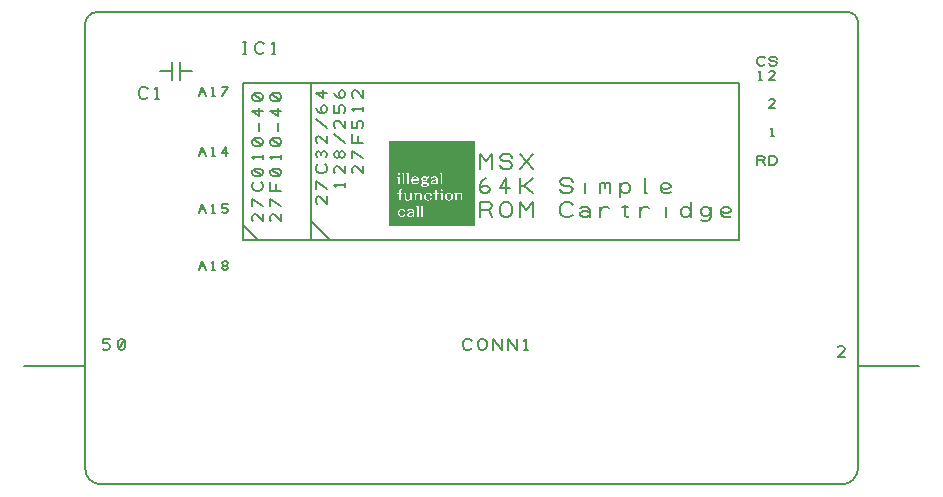
<source format=gbr>
G04 DesignSpark PCB PRO Gerber Version 10.0 Build 5299*
G04 #@! TF.Part,Single*
G04 #@! TF.FileFunction,Legend,Top*
G04 #@! TF.FilePolarity,Positive*
%FSLAX35Y35*%
%MOIN*%
%ADD18C,0.00197*%
%ADD15C,0.00500*%
%ADD21C,0.00591*%
%ADD71C,0.00709*%
%ADD20C,0.00787*%
G04 #@! TD.AperFunction*
X0Y0D02*
D02*
D15*
X142627Y9707D02*
X389487D01*
G75*
G03*
X394985Y15204I0J5497D01*
G01*
Y163602D01*
G75*
G03*
X391412Y167174I-3573J0D01*
G01*
X141412D01*
G75*
G03*
X137347Y163109I0J-4065D01*
G01*
Y14987D01*
G75*
G03*
X142627Y9707I5280J0D01*
G01*
X158287Y138907D02*
X157974Y138594D01*
X157349Y138282D01*
X156412D01*
X155787Y138594D01*
X155474Y138907D01*
X155162Y139532D01*
Y140782D01*
X155474Y141407D01*
X155787Y141720D01*
X156412Y142032D01*
X157349D01*
X157974Y141720D01*
X158287Y141407D01*
X160787Y138282D02*
X162037D01*
X161412D02*
Y142032D01*
X160787Y141407D01*
X166412Y144344D02*
Y150344D01*
Y147344D02*
X162412D01*
X168912Y144344D02*
Y150344D01*
X172912Y147344D02*
X168912D01*
X189849Y153282D02*
X191099D01*
X190474D02*
Y157032D01*
X189849D02*
X191099D01*
X197037Y153907D02*
X196724Y153594D01*
X196099Y153282D01*
X195162D01*
X194537Y153594D01*
X194224Y153907D01*
X193912Y154532D01*
Y155782D01*
X194224Y156407D01*
X194537Y156720D01*
X195162Y157032D01*
X196099D01*
X196724Y156720D01*
X197037Y156407D01*
X199537Y153282D02*
X200787D01*
X200162D02*
Y157032D01*
X199537Y156407D01*
X266291Y55139D02*
X265978Y54827D01*
X265353Y54514D01*
X264416D01*
X263791Y54827D01*
X263478Y55139D01*
X263166Y55764D01*
Y57014D01*
X263478Y57639D01*
X263791Y57952D01*
X264416Y58264D01*
X265353D01*
X265978Y57952D01*
X266291Y57639D01*
X268166Y55764D02*
Y57014D01*
X268478Y57639D01*
X268791Y57952D01*
X269416Y58264D01*
X270041D01*
X270666Y57952D01*
X270978Y57639D01*
X271291Y57014D01*
Y55764D01*
X270978Y55139D01*
X270666Y54827D01*
X270041Y54514D01*
X269416D01*
X268791Y54827D01*
X268478Y55139D01*
X268166Y55764D01*
X273166Y54514D02*
Y58264D01*
X276291Y54514D01*
Y58264D01*
X278166Y54514D02*
Y58264D01*
X281291Y54514D01*
Y58264D01*
X283791Y54514D02*
X285041D01*
X284416D02*
Y58264D01*
X283791Y57639D01*
D02*
D18*
X238612Y96094D02*
X266912D01*
X238612Y96594D02*
X266912D01*
X238612Y97094D02*
X266912D01*
X238612Y97894D02*
X266912D01*
X238612Y98394D02*
X266912D01*
X238612Y98894D02*
X242412D01*
X238612Y99394D02*
X241512D01*
X238612Y99894D02*
X241212D01*
X238612Y100394D02*
X241212D01*
X238612Y100894D02*
X241312D01*
X238612Y101394D02*
X241511D01*
X238612Y101694D02*
X241912D01*
X238612Y102194D02*
X247612D01*
X238612Y102694D02*
X247312D01*
X238612Y103194D02*
X266912D01*
X238612Y103694D02*
X266912D01*
X238612Y104194D02*
X266912D01*
X238612Y104694D02*
X241612Y104695D01*
X238612Y105194D02*
X241612Y105195D01*
X238612Y105494D02*
X241612Y105494D01*
X238612Y105994D02*
X241612Y105994D01*
X238612Y106494D02*
X241612D01*
X238612Y106994D02*
X241112D01*
X238612Y107494D02*
X241612D01*
X238612Y107994D02*
X241712Y107995D01*
X238612Y108494D02*
X266912D01*
X238612Y108994D02*
X249812Y108994D01*
X238612Y109294D02*
X249112D01*
X238612Y109794D02*
X246612D01*
X238612Y110294D02*
X241312D01*
X238612Y110794D02*
X241312D01*
X238612Y111294D02*
X241312D01*
X238612Y111794D02*
X241312D01*
X238612Y112294D02*
X241012D01*
X238612Y112794D02*
X242812D01*
X238612Y113594D02*
X241212D01*
X238612Y114094D02*
X266912D01*
X238612Y114594D02*
X266912D01*
X238612Y115094D02*
X266912D01*
X238612Y115594D02*
X266912D01*
X238612Y116094D02*
X266912D01*
X238612Y116594D02*
X266912D01*
X238612Y117394D02*
X266912D01*
X238612Y117894D02*
X266912D01*
X238612Y118394D02*
X266912D01*
X238612Y118894D02*
X266912D01*
X238612Y119394D02*
X266912D01*
X238612Y119894D02*
X266912D01*
X238612Y120394D02*
X266912D01*
X238612Y120894D02*
X266912D01*
X238612Y121194D02*
X266912D01*
X238612Y121694D02*
X266912D01*
X238612Y122194D02*
X266912D01*
X238612Y122694D02*
X266912D01*
X238612Y123194D02*
X266912D01*
X238612Y123694D02*
X266912D01*
X238612Y124194D02*
X266912D01*
X238612Y96194D02*
X266912Y96194D01*
X238612Y96294D02*
X266912D01*
X238612Y96394D02*
X266912Y96395D01*
X238612Y96494D02*
X266912D01*
X238612Y96694D02*
X266913D01*
X238612Y96794D02*
X266912D01*
X238612Y96894D02*
X266912Y96894D01*
X238612Y96994D02*
X266912D01*
X238612Y97194D02*
X266913D01*
X238612Y97294D02*
X266912Y97294D01*
X238612Y97394D02*
X266912Y97394D01*
X238612Y97494D02*
X266912D01*
X238612Y97594D02*
X266912D01*
X238612Y97694D02*
X266913D01*
X238612Y97794D02*
X266912Y97794D01*
X238612Y97994D02*
X266912D01*
X238612Y98094D02*
X266912D01*
X238612Y98194D02*
X266913D01*
X238612Y98294D02*
X266912Y98294D01*
X238612Y98494D02*
X266912Y98495D01*
X238612Y98594D02*
X266912D01*
X238612Y98694D02*
X266913D01*
X238612Y98794D02*
X266912Y98794D01*
X238612Y98994D02*
X242012Y98995D01*
X238612Y99094D02*
X241812D01*
X238612Y99194D02*
X241612Y99195D01*
X238612Y99294D02*
X241512Y99294D01*
X238612Y99494D02*
X241412D01*
X238612Y99594D02*
X241312D01*
X238612Y99694D02*
X241312Y99694D01*
X238612Y99794D02*
X241312D01*
X238612Y99994D02*
X241212D01*
X238612Y100094D02*
X241213D01*
X238612Y100194D02*
X241212D01*
X238612Y100294D02*
X241212D01*
X238612Y100494D02*
X241212D01*
X238612Y100594D02*
X241213D01*
X238612Y100694D02*
X241212Y100694D01*
X238612Y100794D02*
X241212D01*
X238612Y100994D02*
X241312D01*
X238612Y101094D02*
X241312D01*
X238612Y101194D02*
X241412Y101194D01*
X238612Y101294D02*
X241512D01*
X238612Y101494D02*
X241612D01*
X238612Y101594D02*
X241812D01*
X238612Y101794D02*
X242212D01*
X238612Y101894D02*
X247612D01*
X238612Y101994D02*
X247612D01*
X238612Y102094D02*
X247612Y102094D01*
X238612Y102294D02*
X247612D01*
X238612Y102394D02*
X247312Y102394D01*
X238612Y102494D02*
X247312D01*
X238612Y102594D02*
X247312Y102595D01*
X238612Y102794D02*
X247312Y102795D01*
X238612Y102894D02*
X266912D01*
X238612Y102994D02*
X266913D01*
X238612Y103094D02*
X266912D01*
X238612Y103294D02*
X266912Y103294D01*
X238612Y103394D02*
X266912D01*
X238612Y103494D02*
X266912Y103495D01*
X238612Y103594D02*
X266912D01*
X238612Y103794D02*
X266912Y103794D01*
X238612Y103894D02*
X266912D01*
X238612Y103994D02*
X266912Y103995D01*
X238612Y104094D02*
X266912D01*
X238612Y104294D02*
X266913D01*
X238612Y104394D02*
X244012Y104395D01*
X238612Y104494D02*
X241612Y104495D01*
X238612Y104594D02*
X241612D01*
X238612Y104794D02*
X241612Y104794D01*
X238612Y104894D02*
X241612D01*
X238612Y104994D02*
X241612D01*
X238612Y105094D02*
X241612D01*
X238612Y105294D02*
X241612Y105294D01*
X238612Y105394D02*
X241612D01*
X238612Y105594D02*
X241612D01*
X238612Y105694D02*
X241612D01*
X238612Y105794D02*
X241612D01*
X238612Y105894D02*
X241612D01*
X238612Y106094D02*
X241612D01*
X238612Y106194D02*
X241612D01*
X238612Y106294D02*
X241612Y106295D01*
X238612Y106394D02*
X241612D01*
X238612Y106594D02*
X241112D01*
X238612Y106694D02*
X241112D01*
X238612Y106794D02*
X241112Y106795D01*
X238612Y106894D02*
X241112D01*
X238612Y107094D02*
X241112Y107094D01*
X238612Y107194D02*
X241612D01*
X238612Y107294D02*
X241612Y107295D01*
X238612Y107394D02*
X241612D01*
X238612Y107594D02*
X241612Y107594D01*
X238612Y107694D02*
X241612D01*
X238612Y107794D02*
X241612Y107795D01*
X238612Y107894D02*
X241612D01*
X238612Y108094D02*
X241712D01*
X238612Y108194D02*
X241812D01*
X238612Y108294D02*
X242112Y108295D01*
X238612Y108394D02*
X255712D01*
X238612Y108594D02*
X266913D01*
X238612Y108694D02*
X266912Y108694D01*
X238612Y108794D02*
X266912Y108794D01*
X238612Y108894D02*
X266912D01*
X238612Y109094D02*
X249412D01*
X238612Y109194D02*
X249212D01*
X238612Y109394D02*
X249112D01*
X238612Y109494D02*
X249012D01*
X238612Y109594D02*
X249012D01*
X238612Y109694D02*
X249012D01*
X238612Y109894D02*
X241312D01*
X238612Y109994D02*
X241312D01*
X238612Y110094D02*
X241312D01*
X238612Y110194D02*
X241312D01*
X238612Y110394D02*
X241312D01*
X238612Y110494D02*
X241312D01*
X238612Y110594D02*
X241312Y110594D01*
X238612Y110694D02*
X241312D01*
X238612Y110894D02*
X241312D01*
X238612Y110994D02*
X241312D01*
X238612Y111094D02*
X241312D01*
X238612Y111194D02*
X241312D01*
X238612Y111394D02*
X241312D01*
X238612Y111494D02*
X241312D01*
X238612Y111594D02*
X241312Y111594D01*
X238612Y111694D02*
X241312D01*
X238612Y111894D02*
X241312D01*
X238612Y111994D02*
X241012D01*
X238612Y112094D02*
X241012Y112094D01*
X238612Y112194D02*
X241012D01*
X238612Y112394D02*
X241012D01*
X238612Y112494D02*
X241012Y112494D01*
X238612Y112594D02*
X242812Y112594D01*
X238612Y112694D02*
X242812D01*
X238612Y112894D02*
X242812D01*
X238612Y112994D02*
X241412D01*
X238612Y113094D02*
X241312Y113094D01*
X238612Y113194D02*
X241212D01*
X238612Y113294D02*
X241212Y113294D01*
X238612Y113394D02*
X241212D01*
X238612Y113494D02*
X241212Y113495D01*
X238612Y113694D02*
X241312D01*
X238612Y113794D02*
X241412D01*
X238612Y113894D02*
X266913D01*
X238612Y113994D02*
X266912Y113994D01*
X238612Y114194D02*
X266912Y114195D01*
X238612Y114294D02*
X266912D01*
X238612Y114394D02*
X266913D01*
X238612Y114494D02*
X266912Y114494D01*
X238612Y114694D02*
X266912Y114694D01*
X238612Y114794D02*
X266912D01*
X238612Y114894D02*
X266913D01*
X238612Y114994D02*
X266912D01*
X238612Y115194D02*
X266912Y115194D01*
X238612Y115294D02*
X266912D01*
X238612Y115394D02*
X266912Y115395D01*
X238612Y115494D02*
X266912D01*
X238612Y115694D02*
X266912Y115694D01*
X238612Y115794D02*
X266912D01*
X238612Y115894D02*
X266912Y115895D01*
X238612Y115994D02*
X266912D01*
X238612Y116194D02*
X266913D01*
X238612Y116294D02*
X266912D01*
X238612Y116394D02*
X266912Y116394D01*
X238612Y116494D02*
X266912D01*
X238612Y116694D02*
X266913D01*
X238612Y116794D02*
X266912Y116794D01*
X238612Y116894D02*
X266912Y116894D01*
X238612Y116994D02*
X266912D01*
X238612Y117094D02*
X266912D01*
X238612Y117194D02*
X266913D01*
X238612Y117294D02*
X266912Y117294D01*
X238612Y117494D02*
X266912D01*
X238612Y117594D02*
X266912D01*
X238612Y117694D02*
X266913D01*
X238612Y117794D02*
X266912Y117794D01*
X238612Y117994D02*
X266912Y117995D01*
X238612Y118094D02*
X266912D01*
X238612Y118194D02*
X266913D01*
X238612Y118294D02*
X266912Y118294D01*
X238612Y118494D02*
X266912Y118494D01*
X238612Y118594D02*
X266912D01*
X238612Y118694D02*
X266913D01*
X238612Y118794D02*
X266912D01*
X238612Y118994D02*
X266912Y118994D01*
X238612Y119094D02*
X266912D01*
X238612Y119194D02*
X266912Y119195D01*
X238612Y119294D02*
X266912D01*
X238612Y119494D02*
X266912Y119494D01*
X238612Y119594D02*
X266912D01*
X238612Y119694D02*
X266912Y119695D01*
X238612Y119794D02*
X266912D01*
X238612Y119994D02*
X266913D01*
X238612Y120094D02*
X266912D01*
X238612Y120194D02*
X266912Y120195D01*
X238612Y120294D02*
X266912D01*
X238612Y120494D02*
X266913D01*
X238612Y120594D02*
X266912Y120594D01*
X238612Y120694D02*
X266912Y120694D01*
X238612Y120794D02*
X266912D01*
X238612Y120994D02*
X266913D01*
X238612Y121094D02*
X266912Y121094D01*
X238612Y121294D02*
X266912D01*
X238612Y121394D02*
X266912D01*
X238612Y121494D02*
X266913D01*
X238612Y121594D02*
X266912Y121594D01*
X238612Y121794D02*
X266912Y121795D01*
X238612Y121894D02*
X266912D01*
X238612Y121994D02*
X266913D01*
X238612Y122094D02*
X266912Y122094D01*
X238612Y122294D02*
X266912D01*
X238612Y122394D02*
X266912D01*
X238612Y122494D02*
X266913D01*
X238612Y122594D02*
X266912D01*
X238612Y122794D02*
X266912Y122794D01*
X238612Y122894D02*
X266912D01*
X238612Y122994D02*
X266912Y122995D01*
X238612Y123094D02*
X266912D01*
X238612Y123294D02*
X266912Y123294D01*
X238612Y123394D02*
X266912D01*
X238612Y123494D02*
X266912Y123495D01*
X238612Y123594D02*
X266912D01*
X238612Y123794D02*
X266913D01*
X238612Y123894D02*
X266912D01*
X238612Y123994D02*
X266912Y123995D01*
X238612Y124094D02*
X266912D01*
X238612Y124294D02*
X266913D01*
X242112Y100195D02*
X244512Y100194D01*
X242112Y100294D02*
X244612D01*
X242112Y100094D02*
X244412D01*
X242112Y100394D02*
X244712D01*
X242112Y100494D02*
X244912Y100494D01*
X242112Y100594D02*
X245112D01*
X242112Y112994D02*
X242812D01*
X242112Y113794D02*
X266912D01*
X242212Y110294D02*
X242812D01*
X242212Y110794D02*
X242812D01*
X242212Y111294D02*
X242812D01*
X242212Y113594D02*
X242512D01*
X242212Y99794D02*
X243212D01*
X242212Y99895D02*
X243212Y99894D01*
X242212Y99994D02*
X243212D01*
X242212Y100694D02*
X243212Y100694D01*
X242212Y100794D02*
X243212D01*
X242212Y100894D02*
X243212Y100894D01*
X242212Y109894D02*
X242812D01*
X242212Y110094D02*
X242812D01*
X242212Y110195D02*
X242812Y110194D01*
X242212Y110394D02*
X242812D01*
X242212Y110594D02*
X242812Y110594D01*
X242212Y110694D02*
X242812D01*
X242212Y110894D02*
X242812D01*
X242212Y111094D02*
X242812Y111094D01*
X242212Y111194D02*
X242812D01*
X242212Y111394D02*
X242812D01*
X242212Y111594D02*
X242812Y111594D01*
X242212Y111694D02*
X242812D01*
X242212Y111795D02*
X242812Y111794D01*
X242212Y111894D02*
X242812D01*
X242212Y112094D02*
X242812Y112094D01*
X242212Y112194D02*
X242812D01*
X242212Y112295D02*
X242812Y112294D01*
X242212Y112394D02*
X242812D01*
X242212Y113094D02*
X242812Y113094D01*
X242212Y113194D02*
X242512Y113195D01*
X242212Y113694D02*
X242512Y113695D01*
X242213Y109994D02*
X242812D01*
X242213Y110494D02*
X242812D01*
X242213Y110994D02*
X242812D01*
X242213Y111494D02*
X242812D01*
X242213Y111994D02*
X242812D01*
X242213Y112494D02*
X242812D01*
X242213Y113494D02*
X242512Y113495D01*
X242312Y100994D02*
X243113D01*
X242312Y99694D02*
X243112Y99695D01*
X242312Y101094D02*
X243112D01*
X242312Y113294D02*
X242512Y113294D01*
X242312Y113394D02*
X242512D01*
X242412Y99594D02*
X243012D01*
X242511Y107194D02*
X247912D01*
X242512Y101194D02*
X242912Y101194D01*
X242512Y104494D02*
X243812D01*
X242512Y104594D02*
X243712Y104594D01*
X242512Y104694D02*
X243612D01*
X242512Y104894D02*
X243512Y104895D01*
X242512Y104994D02*
X243512D01*
X242512Y105094D02*
X243512Y105094D01*
X242512Y105395D02*
X243512D01*
X242512Y105494D02*
X243512D01*
X242512Y105794D02*
X243512D01*
X242512Y105895D02*
X243512D01*
X242512Y105994D02*
X243512D01*
X242512Y106194D02*
X243512D01*
X242512Y106294D02*
X243512D01*
X242512Y106395D02*
X243512D01*
X242512Y106494D02*
X243512D01*
X242512Y107294D02*
X253612Y107294D01*
X242512Y107494D02*
X253612D01*
X242512Y107694D02*
X253613D01*
X242512Y104794D02*
X243613D01*
X242512Y105194D02*
X243512D01*
X242512Y105294D02*
X243512D01*
X242512Y105595D02*
X243512Y105594D01*
X242512Y105694D02*
X243512D01*
X242512Y106095D02*
X243512Y106094D01*
X242512Y107394D02*
X253612Y107394D01*
X242512Y107594D02*
X253612D01*
X242612Y99494D02*
X242912Y99494D01*
X243012Y98894D02*
X245112D01*
X243112Y106894D02*
X243212D01*
X243112Y107795D02*
X253612Y107794D01*
X243112Y107894D02*
X253612D01*
X243112Y108295D02*
X255612Y108294D01*
X243112Y106594D02*
X243212D01*
X243112Y106694D02*
X243212D01*
X243112Y106994D02*
X243212D01*
X243112Y107094D02*
X243212Y107094D01*
X243112Y107994D02*
X253612Y107995D01*
X243112Y108094D02*
X255513Y108094D01*
X243112Y108194D02*
X255512D01*
X243113Y106794D02*
X243212Y106794D01*
X243212Y101794D02*
X245212D01*
X243412Y98994D02*
X244712Y98994D01*
X243512Y101694D02*
X244912Y101694D01*
X243512Y99094D02*
X244612Y99094D01*
X243612Y101594D02*
X244712Y101594D01*
X243712Y99194D02*
X244512Y99194D01*
X243712Y109994D02*
X244312D01*
X243712Y110294D02*
X244312D01*
X243712Y110494D02*
X244312D01*
X243712Y110594D02*
X244312D01*
X243712Y110794D02*
X244312D01*
X243712Y110994D02*
X244312D01*
X243712Y111094D02*
X244312D01*
X243712Y111294D02*
X244312D01*
X243712Y111494D02*
X244312D01*
X243712Y111594D02*
X244312D01*
X243712Y111794D02*
X244312D01*
X243712Y112094D02*
X244312D01*
X243712Y112294D02*
X244312D01*
X243712Y112594D02*
X244312D01*
X243712Y112794D02*
X244312D01*
X243712Y113094D02*
X244312D01*
X243712Y113294D02*
X244012Y113294D01*
X243712Y113594D02*
X244012D01*
X243712Y109894D02*
X244312D01*
X243712Y110094D02*
X244312D01*
X243712Y110194D02*
X244312Y110194D01*
X243712Y110394D02*
X244312D01*
X243712Y110694D02*
X244312Y110694D01*
X243712Y110894D02*
X244312D01*
X243712Y111194D02*
X244312D01*
X243712Y111394D02*
X244312D01*
X243712Y111694D02*
X244312D01*
X243712Y111894D02*
X244312D01*
X243712Y111994D02*
X244312D01*
X243712Y112194D02*
X244312D01*
X243712Y112394D02*
X244312D01*
X243712Y112494D02*
X244312Y112494D01*
X243712Y112694D02*
X244312D01*
X243712Y112894D02*
X244312D01*
X243712Y112994D02*
X244312Y112994D01*
X243712Y113194D02*
X244012D01*
X243712Y113394D02*
X244012D01*
X243712Y113494D02*
X244012Y113495D01*
X243712Y113694D02*
X244012D01*
X243812Y99294D02*
X244412D01*
X243812Y99394D02*
X244412Y99394D01*
X243812Y101494D02*
X244613D01*
X243912Y99594D02*
X244312D01*
X243912Y101294D02*
X244412D01*
X243912Y99494D02*
X244412D01*
X243912Y101395D02*
X244512Y101394D01*
X244012Y99694D02*
X244312D01*
X244012Y99894D02*
X244412Y99895D01*
X244012Y100694D02*
X245412Y100695D01*
X244012Y101095D02*
X244412Y101094D01*
X244012Y101194D02*
X244412Y101194D01*
X244012Y99794D02*
X244312Y99794D01*
X244012Y99994D02*
X244412Y99994D01*
X244012Y100794D02*
X244412D01*
X244012Y100894D02*
X244412Y100895D01*
X244012Y100994D02*
X244411D01*
Y105294D02*
X245312D01*
X244412Y105094D02*
X245212D01*
X244412Y105394D02*
X245312D01*
X244412Y105594D02*
X245312D01*
X244412Y105794D02*
X245312D01*
X244412Y105894D02*
X245312D01*
X244412Y105994D02*
X245312Y105994D01*
X244412Y106094D02*
X245312D01*
X244412Y106294D02*
X245312D01*
X244412Y106394D02*
X245312Y106395D01*
X244412Y106494D02*
X245312Y106494D01*
X244412Y106594D02*
X245312Y106595D01*
X244412Y106794D02*
X245312D01*
X244412Y106894D02*
X245312Y106894D01*
X244412Y106994D02*
X245312Y106994D01*
X244412Y105195D02*
X245311Y105194D01*
X244412Y105494D02*
X245312Y105494D01*
X244412Y105694D02*
X245311D01*
X244412Y106194D02*
X245311D01*
X244412Y106694D02*
X245311D01*
X244412Y107094D02*
X245312Y107095D01*
X244512Y104994D02*
X245012D01*
X244612Y104894D02*
X244812Y104894D01*
X245212Y109994D02*
X246112D01*
X245212Y110294D02*
X245912D01*
X245212Y110794D02*
X245712D01*
X245212Y111294D02*
X245712D01*
X245212Y111794D02*
X245812D01*
X245212Y112094D02*
X245912Y112095D01*
X245212Y112294D02*
X246112D01*
X245212Y112594D02*
X246612D01*
X245212Y112794D02*
X255512D01*
X245212Y113094D02*
X255512D01*
X245212Y113294D02*
X255212D01*
X245212Y113594D02*
X255212D01*
X245212Y100794D02*
X245912D01*
X245212Y104394D02*
X250811D01*
X245212Y109894D02*
X246312Y109895D01*
X245212Y110094D02*
X246012D01*
X245212Y110194D02*
X245912D01*
X245212Y110394D02*
X245812Y110395D01*
X245212Y110494D02*
X245811D01*
X245212Y110594D02*
X245712D01*
X245212Y110694D02*
X245712D01*
X245212Y110894D02*
X245712D01*
X245212Y110994D02*
X245712D01*
X245212Y111094D02*
X245712D01*
X245212Y111194D02*
X245712D01*
X245212Y111394D02*
X245712D01*
X245212Y111494D02*
X245712D01*
X245212Y111594D02*
X245712D01*
X245212Y111694D02*
X245712D01*
X245212Y111894D02*
X245812D01*
X245212Y111994D02*
X245812D01*
X245212Y112194D02*
X246012D01*
X245212Y112394D02*
X246212D01*
X245212Y112494D02*
X246312D01*
X245212Y112694D02*
X255512D01*
X245212Y112894D02*
X255513D01*
X245212Y112994D02*
X255512Y112994D01*
X245212Y113194D02*
X255212D01*
X245212Y113394D02*
X255212D01*
X245212Y113494D02*
X255212Y113494D01*
X245212Y113694D02*
X255212D01*
X245311Y99594D02*
X245912D01*
X245312Y99694D02*
X246012Y99694D01*
X245312Y99794D02*
X246112Y99794D01*
X245312Y99894D02*
X246212D01*
X245312Y100894D02*
X246212Y100894D01*
X245312Y100994D02*
X246112D01*
X245412Y101094D02*
X246112Y101094D01*
X245412Y104495D02*
X245412Y99494D02*
X245612Y99494D01*
X245412Y99994D02*
X246212Y99994D01*
X245512Y101194D02*
X245912Y101194D01*
X245612Y98894D02*
X266912D01*
X245612Y100094D02*
X246212D01*
X245912Y100195D02*
X246212Y100194D01*
X246012Y98994D02*
X266912Y98994D01*
X246212Y104694D02*
X246812D01*
X246212Y105194D02*
X246812Y105194D01*
X246212Y105494D02*
X246812D01*
X246212Y105994D02*
X246812D01*
X246212Y106494D02*
X246812D01*
X246212Y106994D02*
X246512D01*
X246212Y99094D02*
X246311D01*
X246212Y101794D02*
X247612D01*
X246212Y104494D02*
X246812Y104494D01*
X246212Y104594D02*
X246812Y104594D01*
X246212Y104794D02*
X246812D01*
X246212Y104894D02*
X246812Y104895D01*
X246212Y104994D02*
X246812Y104994D01*
X246212Y105094D02*
X246812D01*
X246212Y105294D02*
X246812D01*
X246212Y105394D02*
X246812Y105395D01*
X246212Y105594D02*
X246812D01*
X246212Y105694D02*
X246812Y105694D01*
X246212Y105794D02*
X246812D01*
X246212Y105894D02*
X246812Y105895D01*
X246212Y106094D02*
X246812Y106095D01*
X246212Y106194D02*
X246812Y106194D01*
X246212Y106294D02*
X246812D01*
X246212Y106394D02*
X246812Y106395D01*
X246212Y106594D02*
X246512D01*
X246212Y106694D02*
X246513D01*
X246212Y106794D02*
X246512D01*
X246212Y106894D02*
X246512D01*
X246212Y107094D02*
X246512D01*
Y101694D02*
X247612Y101694D01*
X246612Y110894D02*
X249312D01*
X246612Y110794D02*
X247812D01*
X246612Y110994D02*
X249412D01*
X246712Y111794D02*
X247612D01*
X246712Y101594D02*
X247612Y101594D01*
X246712Y110594D02*
X247812D01*
X246712Y110694D02*
X247812Y110694D01*
X246712Y111694D02*
X247612D01*
X246812Y110494D02*
X247712Y110494D01*
X246812Y101494D02*
X247612D01*
X246812Y111894D02*
X247512D01*
X246912Y110394D02*
X247612D01*
X246912Y101394D02*
X247612D01*
X246912Y111994D02*
X247412D01*
X247012Y101194D02*
X247612D01*
X247012Y101094D02*
X247612Y101094D01*
X247012Y101294D02*
X247612D01*
X247112Y99294D02*
X247612D01*
X247112Y99494D02*
X247612D01*
X247112Y99794D02*
X247612D01*
X247112Y99994D02*
X247612D01*
X247112Y100294D02*
X247612D01*
X247112Y100494D02*
X247612D01*
X247112Y100794D02*
X247612D01*
X247112Y99194D02*
X247612D01*
X247112Y99394D02*
X247612D01*
X247112Y99594D02*
X247612D01*
X247112Y99694D02*
X247612D01*
X247112Y99894D02*
X247612D01*
X247112Y100094D02*
X247612D01*
X247112Y100194D02*
X247612D01*
X247112Y100394D02*
X247612D01*
X247112Y100594D02*
X247612D01*
X247112Y100694D02*
X247612D01*
X247112Y100894D02*
X247612D01*
X247112Y100994D02*
X247612D01*
X247112Y112094D02*
X247212D01*
X247212Y99094D02*
X247612D01*
X247612Y107094D02*
X247712Y107094D01*
X247711Y104794D02*
X248612D01*
X247711Y105294D02*
X248612D01*
X247711Y105794D02*
X248612D01*
X247712Y104495D02*
X248612Y104494D01*
X247712Y104594D02*
X248612D01*
X247712Y104894D02*
X248612Y104894D01*
X247712Y105094D02*
X248612D01*
X247712Y105394D02*
X248612D01*
X247712Y105494D02*
X248612Y105494D01*
X247712Y105594D02*
X248612D01*
X247712Y105894D02*
X248612Y105894D01*
X247712Y105994D02*
X248612Y105994D01*
X247712Y106094D02*
X248612D01*
X247712Y106294D02*
X248612D01*
X247712Y104695D02*
X248612Y104694D01*
X247712Y104994D02*
X248612Y104994D01*
X247712Y105195D02*
X248612Y105194D01*
X247712Y105694D02*
X248612D01*
X247712Y106194D02*
X248612D01*
X247712Y112594D02*
X249712D01*
X247812Y106395D02*
X248612Y106394D01*
X247812Y109794D02*
X249012D01*
X247912Y106494D02*
X248612D01*
X248012Y106594D02*
X248512D01*
X248012Y109894D02*
X249012D01*
X248012Y112494D02*
X249512D01*
X248112Y112394D02*
X249312D01*
X248212Y109994D02*
X249111D01*
X248212Y112295D02*
X249312D01*
X248312Y110094D02*
X249112D01*
X248312Y112194D02*
X249212D01*
X248412Y110194D02*
X249312Y110195D01*
X248413Y112094D02*
X249112Y112094D01*
X248512Y99094D02*
X249111D01*
X248512Y99394D02*
X249112D01*
X248512Y99694D02*
X249112D01*
X248512Y99894D02*
X249112D01*
X248512Y100194D02*
X249112D01*
X248512Y100394D02*
X249112D01*
X248512Y100694D02*
X249112D01*
X248512Y100894D02*
X249112Y100894D01*
X248512Y101194D02*
X249112D01*
X248512Y101394D02*
X249111D01*
X248512Y101694D02*
X249112D01*
X248512Y101894D02*
X249111D01*
X248512Y102194D02*
X249112D01*
X248512Y102394D02*
X248812Y102394D01*
X248512Y102694D02*
X248812D01*
X248512Y110294D02*
X249312D01*
X248512Y110494D02*
X249212D01*
X248512Y111794D02*
X249112D01*
X248512Y99194D02*
X249112Y99194D01*
X248512Y99294D02*
X249112Y99294D01*
X248512Y99494D02*
X249112Y99495D01*
X248512Y99594D02*
X249111D01*
X248512Y99794D02*
X249112Y99794D01*
X248512Y99994D02*
X249112D01*
X248512Y100094D02*
X249111D01*
X248512Y100294D02*
X249112D01*
X248512Y100494D02*
X249112D01*
X248512Y100594D02*
X249111D01*
X248512Y100794D02*
X249112D01*
X248512Y100994D02*
X249112D01*
X248512Y101094D02*
X249112D01*
X248512Y101294D02*
X249112D01*
X248512Y101494D02*
X249112D01*
X248512Y101594D02*
X249112D01*
X248512Y101794D02*
X249112D01*
X248512Y101994D02*
X249112D01*
X248512Y102094D02*
X249112D01*
X248512Y102294D02*
X249112D01*
X248512Y102494D02*
X248812D01*
X248512Y102594D02*
X248812Y102595D01*
X248512Y102794D02*
X248812D01*
X248512Y110394D02*
X249212D01*
X248512Y111894D02*
X249112D01*
X248512Y111994D02*
X249111D01*
X248612Y111694D02*
X249112Y111694D01*
X248612Y110594D02*
X249212Y110595D01*
X248612Y110694D02*
X249212Y110694D01*
X248612Y110794D02*
X249212D01*
X248612Y111094D02*
X249412D01*
X248612Y111194D02*
X249312Y111194D01*
X248612Y111294D02*
X249212D01*
X248612Y111394D02*
X249112D01*
X248612Y111494D02*
X249111D01*
X248612Y111594D02*
X249112D01*
X249012Y107194D02*
X251012D01*
X249212Y107094D02*
X250712Y107094D01*
X249312Y106994D02*
X250512D01*
X249412Y106894D02*
X250412D01*
X249412Y106794D02*
X250312Y106794D01*
X249512Y104694D02*
X250412D01*
X249512Y104994D02*
X250212Y104994D01*
X249512Y105194D02*
X250112Y105194D01*
X249512Y105494D02*
X250012D01*
X249512Y105694D02*
X250012D01*
X249512Y105994D02*
X250012D01*
X249512Y106494D02*
X250112D01*
X249512Y104494D02*
X250612Y104494D01*
X249512Y104594D02*
X250512D01*
X249512Y104794D02*
X250312D01*
X249512Y104894D02*
X250212Y104894D01*
X249512Y105094D02*
X250112Y105094D01*
X249512Y105294D02*
X250112D01*
X249512Y105394D02*
X250012D01*
X249512Y105594D02*
X250012D01*
X249512Y105794D02*
X250012D01*
X249512Y105894D02*
X250012D01*
X249512Y106094D02*
X250012D01*
X249512Y106194D02*
X250012D01*
X249512Y106294D02*
X250112D01*
X249512Y106394D02*
X250112Y106395D01*
X249512Y106594D02*
X250212D01*
X249512Y106694D02*
X250212D01*
X249912Y109694D02*
X251012D01*
X249912Y109894D02*
X250912D01*
X249912Y109794D02*
X251012Y109794D01*
X250012Y99394D02*
X266912D01*
X250012Y99894D02*
X266912D01*
X250012Y100394D02*
X266912D01*
X250012Y100894D02*
X266912D01*
X250012Y101194D02*
X266912D01*
X250012Y101394D02*
X266912D01*
X250012Y101694D02*
X266912D01*
X250012Y102194D02*
X266912D01*
X250012Y102694D02*
X266912D01*
X250012Y111794D02*
X250612D01*
X250012Y99094D02*
X266912D01*
X250012Y99194D02*
X266913D01*
X250012Y99294D02*
X266912D01*
X250012Y99494D02*
X266912Y99494D01*
X250012Y99594D02*
X266912D01*
X250012Y99694D02*
X266912Y99695D01*
X250012Y99794D02*
X266912D01*
X250012Y99994D02*
X266912Y99994D01*
X250012Y100094D02*
X266912D01*
X250012Y100194D02*
X266912Y100195D01*
X250012Y100294D02*
X266912D01*
X250012Y100494D02*
X266913D01*
X250012Y100594D02*
X266912D01*
X250012Y100694D02*
X266912Y100695D01*
X250012Y100794D02*
X266912D01*
X250012Y100994D02*
X266913D01*
X250012Y101094D02*
X266912Y101094D01*
X250012Y101294D02*
X266912D01*
X250012Y101494D02*
X266913D01*
X250012Y101594D02*
X266912Y101594D01*
X250012Y101794D02*
X266912D01*
X250012Y101894D02*
X266912D01*
X250012Y101994D02*
X266913D01*
X250012Y102094D02*
X266912Y102094D01*
X250012Y102294D02*
X266912Y102295D01*
X250012Y102394D02*
X266912D01*
X250012Y102494D02*
X266913D01*
X250012Y102594D02*
X266912Y102594D01*
X250012Y102794D02*
X266912D01*
X250012Y109994D02*
X250512D01*
X250012Y111594D02*
X250612Y111594D01*
X250012Y111694D02*
X250612Y111694D01*
X250012Y111894D02*
X250612D01*
X250111Y111494D02*
X250512D01*
X250112Y109594D02*
X250812D01*
X250112Y110794D02*
X252212D01*
X250112Y111994D02*
X250512D01*
X250312Y112094D02*
X250612Y110694D02*
X252212D01*
X250812Y110894D02*
X252312D01*
X250912Y105594D02*
X253612D01*
X250912Y105694D02*
X253612Y105694D01*
X250912Y105794D02*
X253612D01*
X250912Y105894D02*
X253612Y105895D01*
X250912Y105994D02*
X253612D01*
X250912Y112594D02*
X251312D01*
X251011Y106294D02*
X252012D01*
X251011Y105294D02*
X252011D01*
X251012Y105394D02*
X252012D01*
X251012Y105494D02*
X252112Y105494D01*
X251012Y106094D02*
X252012D01*
X251012Y106194D02*
X252012D01*
X251012Y108995D02*
X266912Y108994D01*
X251112Y106395D02*
X252012Y106394D01*
X251112Y106494D02*
X251912D01*
X251112Y110994D02*
X252312D01*
X251112Y112495D02*
X251212Y112494D01*
X251112Y105094D02*
X251912D01*
X251112Y105194D02*
X252012Y105195D01*
X251212Y111095D02*
X252412Y111094D01*
X251212Y104994D02*
X251812D01*
X251312Y110594D02*
X252213Y110594D01*
X251312Y106594D02*
X251812D01*
X251312Y111194D02*
X252512D01*
X251412Y111394D02*
X252812D01*
X251412Y104894D02*
X251612Y104895D01*
X251412Y109094D02*
X266913D01*
X251412Y111294D02*
X252712D01*
X251511Y111894D02*
X252312D01*
X251512Y111494D02*
X253113D01*
X251512Y111594D02*
X252312D01*
X251512Y111694D02*
X252312D01*
X251512Y111794D02*
X252312D01*
X251512Y110494D02*
X252212D01*
X251612Y109195D02*
X266912Y109194D01*
X251712Y109294D02*
X266912D01*
X251712Y110394D02*
X252212D01*
X251712Y111994D02*
X252312D01*
X251812Y109494D02*
X266912D01*
X251812Y110294D02*
X252212D01*
X251812Y109394D02*
X266912D01*
X251812Y110094D02*
X252312D01*
X251812Y110194D02*
X252312D01*
X251912Y109894D02*
X252512D01*
X251912Y112194D02*
X252412D01*
X251912Y109594D02*
X266913D01*
X251912Y109694D02*
X266912D01*
X251912Y109794D02*
X252712D01*
X251912Y109994D02*
X252412D01*
X251912Y112094D02*
X252312D01*
X251912Y112294D02*
X252412D01*
X251912Y112394D02*
X252612D01*
X251912Y112494D02*
X252712Y112494D01*
X251912Y112594D02*
X252912D01*
X252112Y104395D02*
X257812Y104394D01*
X252112Y107194D02*
X253613Y107194D01*
X252312Y104494D02*
X253912D01*
X252312Y107094D02*
X253112D01*
X252412Y104594D02*
X253712D01*
X252512Y106994D02*
X253112Y106994D01*
X252512Y104695D02*
X253712Y104694D01*
X252612Y104794D02*
X253612D01*
X252612Y106894D02*
X253112Y106894D01*
X252711Y106794D02*
X253112Y106794D01*
X252712Y104894D02*
X253613Y104894D01*
X252712Y104994D02*
X253612Y104994D01*
X252812Y105194D02*
X253612Y105194D01*
X252812Y105494D02*
X253612D01*
X252812Y106194D02*
X253613D01*
X252812Y106494D02*
X253612D01*
X252812Y106694D02*
X253113D01*
X252812Y105094D02*
X253612D01*
X252812Y105294D02*
X253612D01*
X252812Y105394D02*
X253613Y105394D01*
X252812Y106094D02*
X253612D01*
X252812Y106294D02*
X253612D01*
X252812Y106394D02*
X253612Y106395D01*
X252812Y106594D02*
X253112D01*
Y110594D02*
X253912Y110594D01*
X253112Y111594D02*
X253512Y111595D01*
X253112Y111694D02*
X254112D01*
X253212Y110394D02*
X253712D01*
X253212Y110694D02*
X254112D01*
X253212Y111894D02*
X254012Y111894D01*
X253212Y110494D02*
X253812D01*
X253212Y110794D02*
X254112D01*
X253212Y111794D02*
X254012D01*
X253312Y111994D02*
X253912D01*
X253412Y110895D02*
X254112Y110894D01*
X253512Y112095D02*
X253712Y112094D01*
X253613Y110994D02*
X254113D01*
X253812Y109794D02*
X266912D01*
X254012Y109894D02*
X254212D01*
X254012Y111095D02*
X254112Y111094D01*
X254212Y112594D02*
X255512D01*
X254512Y105094D02*
X255612D01*
X254512Y105594D02*
X255612D01*
X254512Y106094D02*
X255612D01*
X254512Y106394D02*
X255612D01*
X254512Y107295D02*
X266912D01*
X254512Y107394D02*
X266912D01*
X254512Y107795D02*
X255512Y107795D01*
X254512Y107894D02*
X255512D01*
X254512Y105194D02*
X255612D01*
X254512Y105394D02*
X255612Y105394D01*
X254512Y105494D02*
X255612D01*
X254512Y105694D02*
X255612D01*
X254512Y105894D02*
X255612Y105894D01*
X254512Y105994D02*
X255612D01*
X254512Y106194D02*
X255612D01*
X254512Y106494D02*
X255612D01*
X254512Y107194D02*
X257913D01*
X254512Y107494D02*
X255812D01*
X254512Y107594D02*
X255612Y107594D01*
X254512Y107694D02*
X255512D01*
X254512Y107994D02*
X255512D01*
X254512Y112494D02*
X255512D01*
X254513Y105294D02*
X255612D01*
X254513Y105794D02*
X255612D01*
X254513Y106294D02*
X255612D01*
X254612Y112394D02*
X255513D01*
X254712Y104994D02*
X255612D01*
X254712Y112294D02*
X255512D01*
X254812Y112194D02*
X255512D01*
X254912Y111794D02*
X255512D01*
X254912Y111994D02*
X255512D01*
X254912Y112094D02*
X255512Y112095D01*
X254912Y111894D02*
X255513D01*
X255012Y109894D02*
X255512Y109895D01*
X255012Y110694D02*
X255512Y110694D01*
X255012Y111095D02*
X255513Y111094D01*
X255012Y111194D02*
X255512D01*
X255012Y111595D02*
X255512Y111595D01*
X255012Y111694D02*
X255512D01*
X255012Y109994D02*
X255512D01*
X255012Y110194D02*
X255512D01*
X255012Y110294D02*
X255512D01*
X255012Y110394D02*
X255512D01*
X255012Y110494D02*
X255512D01*
X255012Y110794D02*
X255512D01*
X255012Y110894D02*
X255512D01*
X255012Y110994D02*
X255512D01*
X255012Y111294D02*
X255512D01*
X255012Y111394D02*
X255512D01*
X255012Y111494D02*
X255512D01*
X255013Y110094D02*
X255513D01*
X255013Y110594D02*
X255513D01*
X255212Y104594D02*
X255612D01*
X255212Y106594D02*
X255312D01*
X255212Y106894D02*
X255312D01*
X255212Y107094D02*
X255312Y107094D01*
X255212Y104494D02*
X255612D01*
X255212Y104694D02*
X255612D01*
X255212Y104794D02*
X255612D01*
X255212Y104894D02*
X255612Y104894D01*
X255212Y106694D02*
X255312D01*
X255212Y106794D02*
X255312D01*
X255212Y106994D02*
X255312D01*
X256212Y107494D02*
X266912D01*
X256312Y108394D02*
X266912D01*
X256412Y108294D02*
X266912Y108295D01*
X256412Y110195D02*
X266912Y110194D01*
X256412Y110294D02*
X266912D01*
X256412Y110794D02*
X266912D01*
X256412Y111294D02*
X266912D01*
X256412Y111794D02*
X266912D01*
X256412Y112094D02*
X266912Y112095D01*
X256412Y112294D02*
X266912D01*
X256412Y112495D02*
X266912Y112494D01*
X256412Y112594D02*
X266912D01*
X256412Y112995D02*
X266912Y112994D01*
X256412Y113094D02*
X266912D01*
X256412Y113495D02*
X266912Y113494D01*
X256412Y113594D02*
X266912D01*
X256412Y107594D02*
X266912Y107594D01*
X256412Y109894D02*
X266912D01*
X256412Y109994D02*
X266912Y109994D01*
X256412Y110094D02*
X266913D01*
X256412Y110394D02*
X266912D01*
X256412Y110494D02*
X266912Y110494D01*
X256412Y110594D02*
X266913D01*
X256412Y110694D02*
X266912Y110694D01*
X256412Y110894D02*
X266912Y110894D01*
X256412Y111094D02*
X266912Y111095D01*
X256412Y111194D02*
X266912D01*
X256412Y111394D02*
X266912Y111394D01*
X256412Y111594D02*
X266912Y111595D01*
X256412Y111694D02*
X266912D01*
X256412Y111894D02*
X266912Y111894D01*
X256412Y112194D02*
X266912D01*
X256412Y112394D02*
X266913D01*
X256412Y112694D02*
X266912D01*
X256412Y112794D02*
X266912Y112794D01*
X256412Y112894D02*
X266913D01*
X256412Y113194D02*
X266912D01*
X256412Y113294D02*
X266912Y113294D01*
X256412Y113394D02*
X266913D01*
X256412Y113694D02*
X266912D01*
X256413Y110994D02*
X266912D01*
X256413Y111494D02*
X266912D01*
X256413Y111994D02*
X266912D01*
X256512Y104594D02*
X257412D01*
X256512Y104894D02*
X257212D01*
X256512Y105094D02*
X257112D01*
X256512Y105394D02*
X257012D01*
X256512Y105594D02*
X257012D01*
X256512Y105894D02*
X257012D01*
X256512Y106094D02*
X257012D01*
X256512Y106394D02*
X257112D01*
X256512Y106594D02*
X257112D01*
X256512Y106894D02*
X257412D01*
X256512Y107694D02*
X266912D01*
X256512Y107894D02*
X266912D01*
X256512Y108194D02*
X266912D01*
X256512Y104694D02*
X257312Y104695D01*
X256512Y104994D02*
X257112D01*
X256512Y105194D02*
X257012D01*
X256512Y105494D02*
X257012D01*
X256512Y105694D02*
X257012D01*
X256512Y105994D02*
X257012D01*
X256512Y106194D02*
X257012D01*
X256512Y106494D02*
X257112D01*
X256512Y106694D02*
X257211D01*
X256512Y106994D02*
X257512D01*
X256512Y107994D02*
X266912D01*
X256513Y104494D02*
X257612D01*
X256513Y104794D02*
X257212D01*
X256513Y105294D02*
X257012D01*
X256513Y105794D02*
X257012D01*
X256513Y106294D02*
X257012D01*
X256513Y106794D02*
X257312Y106795D01*
X256513Y107094D02*
X257612D01*
X256513Y107794D02*
X266912Y107795D01*
X256513Y108094D02*
X266912Y108094D01*
X257912Y105994D02*
X259012D01*
X257912Y105494D02*
X259012Y105494D01*
X257912Y105594D02*
X259012D01*
X257912Y105794D02*
X259012D01*
X257912Y106094D02*
X259012D01*
X257913Y105394D02*
X259012Y105394D01*
X257913Y105694D02*
X259012D01*
X257913Y105894D02*
X259012D01*
X257913Y106194D02*
X259012D01*
X258012Y105294D02*
X258912D01*
X258012Y106394D02*
X258912D01*
X258012Y105194D02*
X258912D01*
X258012Y106294D02*
X258912D01*
X258112Y106494D02*
X258812D01*
X258112Y105094D02*
X258812D01*
X258212Y104994D02*
X258712D01*
X258212Y106595D02*
X258712D01*
X258312Y104894D02*
X258512D01*
X259012Y107194D02*
X261612D01*
X259112Y104394D02*
X266912D01*
X259312Y104495D02*
X260412Y104494D01*
X259312Y107094D02*
X260112Y107094D01*
X259412Y106994D02*
X260112Y106994D01*
X259512Y104594D02*
X260412D01*
X259512Y106894D02*
X260112D01*
X259612Y106794D02*
X260112D01*
X259612Y104695D02*
X260412Y104694D01*
X259712Y104895D02*
X260412Y104894D01*
X259712Y104794D02*
X260412D01*
X259712Y106694D02*
X260112Y106694D01*
X259812Y105094D02*
X260412D01*
X259812Y104994D02*
X260412D01*
X259812Y106494D02*
X260412D01*
X259812Y106594D02*
X260112D01*
X259912Y105194D02*
X260412D01*
X259912Y105494D02*
X260412D01*
X259912Y105694D02*
X260412D01*
X259912Y105994D02*
X260412D01*
X259912Y106194D02*
X260412D01*
X259912Y105294D02*
X260412D01*
X259912Y105394D02*
X260412D01*
X259912Y105594D02*
X260412D01*
X259912Y105794D02*
X260412D01*
X259912Y105894D02*
X260412D01*
X259912Y106094D02*
X260412D01*
X259912Y106294D02*
X260412D01*
X259912Y106394D02*
X260412D01*
X261212Y106994D02*
X261212Y107094D02*
X261312D01*
Y104594D02*
X262312D01*
X261312Y104794D02*
X262312D01*
X261312Y104894D02*
X262312Y104894D01*
X261312Y105094D02*
X262312D01*
X261312Y105294D02*
X262312D01*
X261312Y105394D02*
X262312Y105394D01*
X261312Y105594D02*
X262312D01*
X261312Y105794D02*
X262312D01*
X261312Y105894D02*
X262312D01*
X261312Y106094D02*
X262312D01*
X261312Y104494D02*
X262312D01*
X261312Y104694D02*
X262312D01*
X261312Y104994D02*
X262312D01*
X261312Y105194D02*
X262312D01*
X261312Y105494D02*
X262312D01*
X261312Y105694D02*
X262312D01*
X261312Y105994D02*
X262312D01*
X261312Y106194D02*
X262312D01*
X261312Y106294D02*
X262212D01*
X261412Y106394D02*
X262212Y106395D01*
X261512Y106494D02*
X262212D01*
X261612Y106594D02*
X262112D01*
X262612Y107194D02*
X266912D01*
X262812Y107094D02*
X266912Y107094D01*
X262912Y106994D02*
X266912D01*
X263012Y106894D02*
X266912Y106894D01*
X263112Y104594D02*
X266912D01*
X263112Y105094D02*
X266912D01*
X263112Y105594D02*
X266912D01*
X263112Y104495D02*
X266912D01*
X263112Y104694D02*
X266912D01*
X263112Y104894D02*
X266912D01*
X263112Y104994D02*
X266912D01*
X263112Y105194D02*
X266912D01*
X263112Y105394D02*
X266912D01*
X263112Y105494D02*
X266912D01*
X263112Y105694D02*
X266912D01*
X263112Y105894D02*
X266912D01*
X263112Y105994D02*
X266912D01*
X263112Y106095D02*
X266912Y106094D01*
X263112Y106194D02*
X266912D01*
X263112Y106394D02*
X266912D01*
X263112Y106494D02*
X266912D01*
X263112Y106594D02*
X266912D01*
X263112Y106694D02*
X266912D01*
X263113Y104794D02*
X266913D01*
X263113Y105294D02*
X266913D01*
X263113Y105794D02*
X266913D01*
X263113Y106294D02*
X266913D01*
X263113Y106794D02*
X266913D01*
D02*
D71*
X212662Y97344D02*
X218912Y91094D01*
X212662Y143594D02*
Y91094D01*
D02*
D20*
X116849Y49329D02*
X137349D01*
X137347Y56827D02*
Y49346D01*
X143166Y54837D02*
X143796Y54522D01*
X144741D01*
X145370Y54837D01*
X145685Y55467D01*
Y55781D01*
X145370Y56411D01*
X144741Y56726D01*
X143166D01*
Y58301D01*
X145685D01*
X148520Y54837D02*
X149150Y54522D01*
X149780D01*
X150410Y54837D01*
X150725Y55467D01*
Y57356D01*
X150410Y57986D01*
X149780Y58301D01*
X149150D01*
X148520Y57986D01*
X148205Y57356D01*
Y55467D01*
X148520Y54837D01*
X150410Y57986D01*
X189924Y91062D02*
Y143546D01*
X355420D01*
Y91062D01*
X189924D01*
X194922D02*
X189922Y96062D01*
X196717Y99864D02*
Y97344D01*
X194512Y99549D01*
X193882Y99864D01*
X193252Y99549D01*
X192937Y98919D01*
Y97974D01*
X193252Y97344D01*
X196717Y102384D02*
X192937Y104904D01*
Y102384D01*
X196087Y110573D02*
X196402Y110258D01*
X196717Y109628D01*
Y108683D01*
X196402Y108053D01*
X196087Y107738D01*
X195457Y107423D01*
X194197D01*
X193567Y107738D01*
X193252Y108053D01*
X192937Y108683D01*
Y109628D01*
X193252Y110258D01*
X193567Y110573D01*
X196402Y112778D02*
X196717Y113407D01*
Y114037D01*
X196402Y114667D01*
X195772Y114982D01*
X193882D01*
X193252Y114667D01*
X192937Y114037D01*
Y113407D01*
X193252Y112778D01*
X193882Y112463D01*
X195772D01*
X196402Y112778D01*
X193252Y114667D01*
X196717Y118132D02*
Y119392D01*
Y118762D02*
X192937D01*
X193567Y118132D01*
X196402Y122856D02*
X196717Y123486D01*
Y124116D01*
X196402Y124746D01*
X195772Y125061D01*
X193882D01*
X193252Y124746D01*
X192937Y124116D01*
Y123486D01*
X193252Y122856D01*
X193882Y122541D01*
X195772D01*
X196402Y122856D01*
X193252Y124746D01*
X195457Y127581D02*
Y130100D01*
X196717Y134195D02*
X192937D01*
X195457Y132620D01*
Y135140D01*
X196402Y137974D02*
X196717Y138604D01*
Y139234D01*
X196402Y139864D01*
X195772Y140179D01*
X193882D01*
X193252Y139864D01*
X192937Y139234D01*
Y138604D01*
X193252Y137974D01*
X193882Y137659D01*
X195772D01*
X196402Y137974D01*
X193252Y139864D01*
X202764Y99864D02*
Y97344D01*
X200559Y99549D01*
X199930Y99864D01*
X199300Y99549D01*
X198985Y98919D01*
Y97974D01*
X199300Y97344D01*
X202764Y102384D02*
X198985Y104904D01*
Y102384D01*
X202764Y107423D02*
X198985D01*
Y110573D01*
X200874Y109943D02*
Y107423D01*
X202449Y112778D02*
X202764Y113407D01*
Y114037D01*
X202449Y114667D01*
X201819Y114982D01*
X199930D01*
X199300Y114667D01*
X198985Y114037D01*
Y113407D01*
X199300Y112778D01*
X199930Y112463D01*
X201819D01*
X202449Y112778D01*
X199300Y114667D01*
X202764Y118132D02*
Y119392D01*
Y118762D02*
X198985D01*
X199615Y118132D01*
X202449Y122856D02*
X202764Y123486D01*
Y124116D01*
X202449Y124746D01*
X201819Y125061D01*
X199930D01*
X199300Y124746D01*
X198985Y124116D01*
Y123486D01*
X199300Y122856D01*
X199930Y122541D01*
X201819D01*
X202449Y122856D01*
X199300Y124746D01*
X201504Y127581D02*
Y130100D01*
X202764Y134195D02*
X198985D01*
X201504Y132620D01*
Y135140D01*
X202449Y137974D02*
X202764Y138604D01*
Y139234D01*
X202449Y139864D01*
X201819Y140179D01*
X199930D01*
X199300Y139864D01*
X198985Y139234D01*
Y138604D01*
X199300Y137974D01*
X199930Y137659D01*
X201819D01*
X202449Y137974D01*
X199300Y139864D01*
X217967Y105799D02*
Y103280D01*
X215762Y105484D01*
X215132Y105799D01*
X214502Y105484D01*
X214187Y104854D01*
Y103909D01*
X214502Y103280D01*
X217967Y108319D02*
X214187Y110839D01*
Y108319D01*
X217337Y116508D02*
X217652Y116193D01*
X217967Y115563D01*
Y114618D01*
X217652Y113988D01*
X217337Y113673D01*
X216707Y113358D01*
X215447D01*
X214817Y113673D01*
X214502Y113988D01*
X214187Y114618D01*
Y115563D01*
X214502Y116193D01*
X214817Y116508D01*
X217652Y118713D02*
X217967Y119343D01*
Y119972D01*
X217652Y120602D01*
X217022Y120917D01*
X216392Y120602D01*
X216077Y119972D01*
Y119343D01*
Y119972D02*
X215762Y120602D01*
X215132Y120917D01*
X214502Y120602D01*
X214187Y119972D01*
Y119343D01*
X214502Y118713D01*
X217967Y125957D02*
Y123437D01*
X215762Y125642D01*
X215132Y125957D01*
X214502Y125642D01*
X214187Y125012D01*
Y124067D01*
X214502Y123437D01*
X217967Y128476D02*
X214187Y131626D01*
X217022Y133516D02*
X216392Y133831D01*
X216077Y134461D01*
Y135091D01*
X216392Y135720D01*
X217022Y136035D01*
X217652Y135720D01*
X217967Y135091D01*
Y134461D01*
X217652Y133831D01*
X217022Y133516D01*
X216077D01*
X215132Y133831D01*
X214502Y134461D01*
X214187Y135091D01*
X217967Y140130D02*
X214187D01*
X216707Y138555D01*
Y141075D01*
X224014Y108949D02*
Y110209D01*
Y109579D02*
X220235D01*
X220865Y108949D01*
X224014Y115878D02*
Y113358D01*
X221809Y115563D01*
X221180Y115878D01*
X220550Y115563D01*
X220235Y114933D01*
Y113988D01*
X220550Y113358D01*
X222124Y119343D02*
Y119972D01*
X221809Y120602D01*
X221180Y120917D01*
X220550Y120602D01*
X220235Y119972D01*
Y119343D01*
X220550Y118713D01*
X221180Y118398D01*
X221809Y118713D01*
X222124Y119343D01*
X222439Y118713D01*
X223069Y118398D01*
X223699Y118713D01*
X224014Y119343D01*
Y119972D01*
X223699Y120602D01*
X223069Y120917D01*
X222439Y120602D01*
X222124Y119972D01*
X224014Y123437D02*
X220235Y126587D01*
X224014Y130996D02*
Y128476D01*
X221809Y130681D01*
X221180Y130996D01*
X220550Y130681D01*
X220235Y130051D01*
Y129106D01*
X220550Y128476D01*
X223699Y133516D02*
X224014Y134146D01*
Y135091D01*
X223699Y135720D01*
X223069Y136035D01*
X222754D01*
X222124Y135720D01*
X221809Y135091D01*
Y133516D01*
X220235D01*
Y136035D01*
X223069Y138555D02*
X222439Y138870D01*
X222124Y139500D01*
Y140130D01*
X222439Y140760D01*
X223069Y141075D01*
X223699Y140760D01*
X224014Y140130D01*
Y139500D01*
X223699Y138870D01*
X223069Y138555D01*
X222124D01*
X221180Y138870D01*
X220550Y139500D01*
X220235Y140130D01*
X230061Y115878D02*
Y113358D01*
X227857Y115563D01*
X227227Y115878D01*
X226597Y115563D01*
X226282Y114933D01*
Y113988D01*
X226597Y113358D01*
X230061Y118398D02*
X226282Y120917D01*
Y118398D01*
X230061Y123437D02*
X226282D01*
Y126587D01*
X228172Y125957D02*
Y123437D01*
X229746Y128476D02*
X230061Y129106D01*
Y130051D01*
X229746Y130681D01*
X229117Y130996D01*
X228802D01*
X228172Y130681D01*
X227857Y130051D01*
Y128476D01*
X226282D01*
Y130996D01*
X230061Y134146D02*
Y135406D01*
Y134776D02*
X226282D01*
X226912Y134146D01*
X230061Y141075D02*
Y138555D01*
X227857Y140760D01*
X227227Y141075D01*
X226597Y140760D01*
X226282Y140130D01*
Y139185D01*
X226597Y138555D01*
X268912Y114850D02*
Y119869D01*
X271004Y117359D01*
X273095Y119869D01*
Y114850D01*
X275605Y116104D02*
X276023Y115268D01*
X276860Y114850D01*
X278533D01*
X279370Y115268D01*
X279788Y116104D01*
X279370Y116941D01*
X278533Y117359D01*
X276860D01*
X276023Y117778D01*
X275605Y118614D01*
X276023Y119451D01*
X276860Y119869D01*
X278533D01*
X279370Y119451D01*
X279788Y118614D01*
X282298Y114850D02*
X286481Y119869D01*
X282298D02*
X286481Y114850D01*
X268912Y108073D02*
X269330Y108909D01*
X270167Y109328D01*
X271004D01*
X271840Y108909D01*
X272258Y108073D01*
X271840Y107236D01*
X271004Y106818D01*
X270167D01*
X269330Y107236D01*
X268912Y108073D01*
Y109328D01*
X269330Y110583D01*
X270167Y111419D01*
X271004Y111838D01*
X277696Y106818D02*
Y111838D01*
X275605Y108491D01*
X278951D01*
X282298Y106818D02*
Y111838D01*
Y109328D02*
X283553D01*
X286481Y111838D01*
X283553Y109328D02*
X286481Y106818D01*
X295683Y108073D02*
X296102Y107236D01*
X296939Y106818D01*
X298612D01*
X299448Y107236D01*
X299867Y108073D01*
X299448Y108909D01*
X298612Y109328D01*
X296939D01*
X296102Y109746D01*
X295683Y110583D01*
X296102Y111419D01*
X296939Y111838D01*
X298612D01*
X299448Y111419D01*
X299867Y110583D01*
X304050Y106818D02*
Y110165D01*
Y111419D02*
X309069Y106818D02*
Y110165D01*
Y109746D02*
X309488Y110165D01*
X310324D01*
X310743Y109746D01*
Y108491D01*
Y109746D02*
X311161Y110165D01*
X311998D01*
X312416Y109746D01*
Y106818D01*
X315762Y110165D02*
Y105563D01*
Y108073D02*
X316181Y107236D01*
X317017Y106818D01*
X317854D01*
X318691Y107236D01*
X319109Y108073D01*
Y108909D01*
X318691Y109746D01*
X317854Y110165D01*
X317017D01*
X316181Y109746D01*
X315762Y108909D01*
Y108073D01*
X324547Y106818D02*
X324128D01*
Y111838D01*
X332494Y107236D02*
X332076Y106818D01*
X331240D01*
X330403D01*
X329567Y107236D01*
X329148Y108073D01*
Y109328D01*
X329567Y109746D01*
X330403Y110165D01*
X331240D01*
X332076Y109746D01*
X332494Y109328D01*
Y108909D01*
X332076Y108491D01*
X331240Y108073D01*
X330403D01*
X329567Y108491D01*
X329148Y108909D01*
X268912Y98787D02*
Y103806D01*
X271840D01*
X272677Y103388D01*
X273095Y102551D01*
X272677Y101715D01*
X271840Y101296D01*
X268912D01*
X271840D02*
X273095Y98787D01*
X275605Y100460D02*
Y102133D01*
X276023Y102970D01*
X276441Y103388D01*
X277278Y103806D01*
X278115D01*
X278951Y103388D01*
X279370Y102970D01*
X279788Y102133D01*
Y100460D01*
X279370Y99623D01*
X278951Y99205D01*
X278115Y98787D01*
X277278D01*
X276441Y99205D01*
X276023Y99623D01*
X275605Y100460D01*
X282298Y98787D02*
Y103806D01*
X284389Y101296D01*
X286481Y103806D01*
Y98787D01*
X299867Y99623D02*
X299448Y99205D01*
X298612Y98787D01*
X297357D01*
X296520Y99205D01*
X296102Y99623D01*
X295683Y100460D01*
Y102133D01*
X296102Y102970D01*
X296520Y103388D01*
X297357Y103806D01*
X298612D01*
X299448Y103388D01*
X299867Y102970D01*
X302376Y101715D02*
X303213Y102133D01*
X304468D01*
X305305Y101715D01*
X305723Y100878D01*
Y99623D01*
X305305Y99205D01*
X304468Y98787D01*
X303631D01*
X302795Y99205D01*
X302376Y99623D01*
Y100041D01*
X302795Y100460D01*
X303631Y100878D01*
X304468D01*
X305305Y100460D01*
X305723Y100041D01*
Y99623D02*
Y98787D01*
X309069D02*
Y102133D01*
Y100878D02*
X309488Y101715D01*
X310324Y102133D01*
X311161D01*
X311998Y101715D01*
X316459Y102133D02*
X318411D01*
X317435Y102970D02*
Y99205D01*
X317854Y98787D01*
X318272D01*
X318691Y99205D01*
X322455Y98787D02*
Y102133D01*
Y100878D02*
X322874Y101715D01*
X323710Y102133D01*
X324547D01*
X325383Y101715D01*
X330821Y98787D02*
Y102133D01*
Y103388D02*
X339187Y100878D02*
X338769Y101715D01*
X337933Y102133D01*
X337096D01*
X336259Y101715D01*
X335841Y100878D01*
Y100041D01*
X336259Y99205D01*
X337096Y98787D01*
X337933D01*
X338769Y99205D01*
X339187Y100041D01*
Y98787D02*
Y103806D01*
X345880Y100878D02*
X345462Y101715D01*
X344626Y102133D01*
X343789D01*
X342952Y101715D01*
X342534Y100878D01*
Y100460D01*
X342952Y99623D01*
X343789Y99205D01*
X344626D01*
X345462Y99623D01*
X345880Y100460D01*
Y102133D02*
Y98787D01*
X345462Y97950D01*
X344626Y97531D01*
X343370D01*
X342534Y97950D01*
X352573Y99205D02*
X352155Y98787D01*
X351319D01*
X350482D01*
X349645Y99205D01*
X349227Y100041D01*
Y101296D01*
X349645Y101715D01*
X350482Y102133D01*
X351319D01*
X352155Y101715D01*
X352573Y101296D01*
Y100878D01*
X352155Y100460D01*
X351319Y100041D01*
X350482D01*
X349645Y100460D01*
X349227Y100878D01*
X390685Y52022D02*
X388166D01*
X390370Y54226D01*
X390685Y54856D01*
X390370Y55486D01*
X389741Y55801D01*
X388796D01*
X388166Y55486D01*
X394916Y56827D02*
Y49346D01*
X415416Y49327D02*
X394916D01*
D02*
D21*
X175162Y81174D02*
X176392Y84127D01*
X177622Y81174D01*
X175654Y82405D02*
X177130D01*
X179591Y81174D02*
X180575D01*
X180083D02*
Y84127D01*
X179591Y83635D01*
X183774Y82651D02*
X184266D01*
X184758Y82897D01*
X185004Y83389D01*
X184758Y83881D01*
X184266Y84127D01*
X183774D01*
X183282Y83881D01*
X183036Y83389D01*
X183282Y82897D01*
X183774Y82651D01*
X183282Y82405D01*
X183036Y81913D01*
X183282Y81420D01*
X183774Y81174D01*
X184266D01*
X184758Y81420D01*
X185004Y81913D01*
X184758Y82405D01*
X184266Y82651D01*
X175162Y100144D02*
X176392Y103097D01*
X177622Y100144D01*
X175654Y101375D02*
X177130D01*
X179591Y100144D02*
X180575D01*
X180083D02*
Y103097D01*
X179591Y102605D01*
X183036Y100391D02*
X183528Y100144D01*
X184266D01*
X184758Y100391D01*
X185004Y100883D01*
Y101129D01*
X184758Y101621D01*
X184266Y101867D01*
X183036D01*
Y103097D01*
X185004D01*
X175162Y119333D02*
X176392Y122285D01*
X177622Y119333D01*
X175654Y120563D02*
X177130D01*
X179591Y119333D02*
X180575D01*
X180083D02*
Y122285D01*
X179591Y121793D01*
X184266Y119333D02*
Y122285D01*
X183036Y120317D01*
X185004D01*
X175162Y139333D02*
X176392Y142285D01*
X177622Y139333D01*
X175654Y140563D02*
X177130D01*
X179591Y139333D02*
X180575D01*
X180083D02*
Y142285D01*
X179591Y141793D01*
X183036Y139333D02*
X185004Y142285D01*
X183036D01*
X363872Y149825D02*
X363626Y149579D01*
X363134Y149333D01*
X362396D01*
X361904Y149579D01*
X361658Y149825D01*
X361412Y150317D01*
Y151301D01*
X361658Y151793D01*
X361904Y152039D01*
X362396Y152285D01*
X363134D01*
X363626Y152039D01*
X363872Y151793D01*
X365349Y150071D02*
X365595Y149579D01*
X366087Y149333D01*
X367071D01*
X367563Y149579D01*
X367809Y150071D01*
X367563Y150563D01*
X367071Y150809D01*
X366087D01*
X365595Y151055D01*
X365349Y151547D01*
X365595Y152039D01*
X366087Y152285D01*
X367071D01*
X367563Y152039D01*
X367809Y151547D01*
X361904Y144608D02*
X362888D01*
X362396D02*
Y147561D01*
X361904Y147069D01*
X367317Y144608D02*
X365349D01*
X367071Y146331D01*
X367317Y146823D01*
X367071Y147315D01*
X366579Y147561D01*
X365841D01*
X365349Y147315D01*
X367317Y135159D02*
X365349D01*
X367071Y136882D01*
X367317Y137374D01*
X367071Y137866D01*
X366579Y138112D01*
X365841D01*
X365349Y137866D01*
X365841Y125711D02*
X366825D01*
X366333D02*
Y128663D01*
X365841Y128171D01*
X361412Y116262D02*
Y119215D01*
X363134D01*
X363626Y118969D01*
X363872Y118476D01*
X363626Y117984D01*
X363134Y117738D01*
X361412D01*
X363134D02*
X363872Y116262D01*
X365349D02*
Y119215D01*
X366825D01*
X367317Y118969D01*
X367563Y118722D01*
X367809Y118230D01*
Y117246D01*
X367563Y116754D01*
X367317Y116508D01*
X366825Y116262D01*
X365349D01*
X0Y0D02*
M02*

</source>
